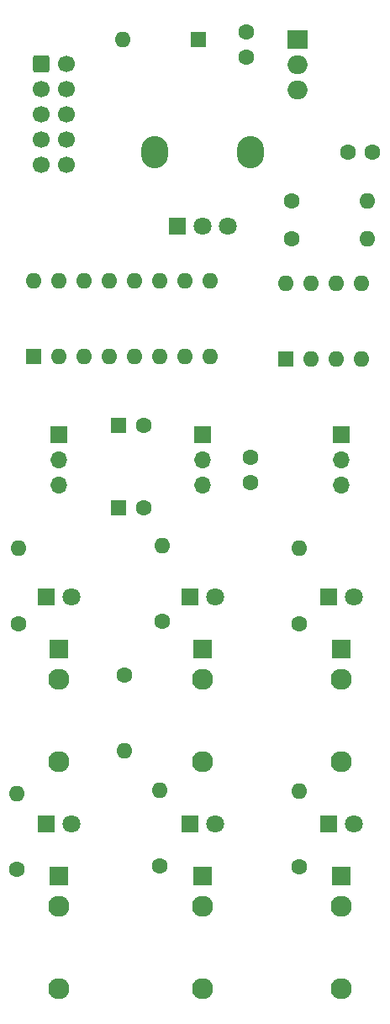
<source format=gbr>
%TF.GenerationSoftware,KiCad,Pcbnew,(6.0.0)*%
%TF.CreationDate,2022-10-17T09:47:37-04:00*%
%TF.ProjectId,bindec,62696e64-6563-42e6-9b69-6361645f7063,rev?*%
%TF.SameCoordinates,Original*%
%TF.FileFunction,Soldermask,Top*%
%TF.FilePolarity,Negative*%
%FSLAX46Y46*%
G04 Gerber Fmt 4.6, Leading zero omitted, Abs format (unit mm)*
G04 Created by KiCad (PCBNEW (6.0.0)) date 2022-10-17 09:47:37*
%MOMM*%
%LPD*%
G01*
G04 APERTURE LIST*
G04 Aperture macros list*
%AMRoundRect*
0 Rectangle with rounded corners*
0 $1 Rounding radius*
0 $2 $3 $4 $5 $6 $7 $8 $9 X,Y pos of 4 corners*
0 Add a 4 corners polygon primitive as box body*
4,1,4,$2,$3,$4,$5,$6,$7,$8,$9,$2,$3,0*
0 Add four circle primitives for the rounded corners*
1,1,$1+$1,$2,$3*
1,1,$1+$1,$4,$5*
1,1,$1+$1,$6,$7*
1,1,$1+$1,$8,$9*
0 Add four rect primitives between the rounded corners*
20,1,$1+$1,$2,$3,$4,$5,0*
20,1,$1+$1,$4,$5,$6,$7,0*
20,1,$1+$1,$6,$7,$8,$9,0*
20,1,$1+$1,$8,$9,$2,$3,0*%
G04 Aperture macros list end*
%ADD10C,1.600000*%
%ADD11O,1.600000X1.600000*%
%ADD12R,1.700000X1.700000*%
%ADD13O,1.700000X1.700000*%
%ADD14R,1.800000X1.800000*%
%ADD15C,1.800000*%
%ADD16R,1.930000X1.830000*%
%ADD17C,2.130000*%
%ADD18O,2.720000X3.240000*%
%ADD19R,1.600000X1.600000*%
%ADD20R,2.000000X1.905000*%
%ADD21O,2.000000X1.905000*%
%ADD22RoundRect,0.250000X-0.600000X-0.600000X0.600000X-0.600000X0.600000X0.600000X-0.600000X0.600000X0*%
%ADD23C,1.700000*%
G04 APERTURE END LIST*
D10*
%TO.C,R2*%
X162286000Y-91059000D03*
D11*
X162286000Y-83439000D03*
%TD*%
D12*
%TO.C,SW3*%
X152532000Y-72024000D03*
D13*
X152532000Y-74564000D03*
X152532000Y-77104000D03*
%TD*%
D14*
%TO.C,D5*%
X136759000Y-111205000D03*
D15*
X139299000Y-111205000D03*
%TD*%
D10*
%TO.C,C2*%
X157333000Y-76815000D03*
X157333000Y-74315000D03*
%TD*%
D14*
%TO.C,D3*%
X165202000Y-88345000D03*
D15*
X167742000Y-88345000D03*
%TD*%
D10*
%TO.C,R9*%
X162286000Y-115570000D03*
D11*
X162286000Y-107950000D03*
%TD*%
D10*
%TO.C,C1*%
X156952000Y-31496000D03*
X156952000Y-33996000D03*
%TD*%
D16*
%TO.C,J3*%
X166477000Y-93599000D03*
D17*
X166477000Y-104999000D03*
X166477000Y-96699000D03*
%TD*%
D12*
%TO.C,SW2*%
X138054000Y-72024000D03*
D13*
X138054000Y-74564000D03*
X138054000Y-77104000D03*
%TD*%
D18*
%TO.C,RV1*%
X157307000Y-43564000D03*
X147707000Y-43564000D03*
D14*
X150007000Y-51064000D03*
D15*
X152507000Y-51064000D03*
X155007000Y-51064000D03*
%TD*%
D10*
%TO.C,R7*%
X161524000Y-48514000D03*
D11*
X169144000Y-48514000D03*
%TD*%
D10*
%TO.C,R5*%
X133838000Y-115824000D03*
D11*
X133838000Y-108204000D03*
%TD*%
D10*
%TO.C,R6*%
X161524000Y-52324000D03*
D11*
X169144000Y-52324000D03*
%TD*%
D14*
%TO.C,D2*%
X151232000Y-88345000D03*
D15*
X153772000Y-88345000D03*
%TD*%
D16*
%TO.C,J4*%
X138029000Y-93599000D03*
D17*
X138029000Y-104999000D03*
X138029000Y-96699000D03*
%TD*%
D16*
%TO.C,J7*%
X166477000Y-116459000D03*
D17*
X166477000Y-127859000D03*
X166477000Y-119559000D03*
%TD*%
D19*
%TO.C,U2*%
X135504000Y-64125000D03*
D11*
X138044000Y-64125000D03*
X140584000Y-64125000D03*
X143124000Y-64125000D03*
X145664000Y-64125000D03*
X148204000Y-64125000D03*
X150744000Y-64125000D03*
X153284000Y-64125000D03*
X153284000Y-56505000D03*
X150744000Y-56505000D03*
X148204000Y-56505000D03*
X145664000Y-56505000D03*
X143124000Y-56505000D03*
X140584000Y-56505000D03*
X138044000Y-56505000D03*
X135504000Y-56505000D03*
%TD*%
D19*
%TO.C,U3*%
X160899000Y-64379000D03*
D11*
X163439000Y-64379000D03*
X165979000Y-64379000D03*
X168519000Y-64379000D03*
X168519000Y-56759000D03*
X165979000Y-56759000D03*
X163439000Y-56759000D03*
X160899000Y-56759000D03*
%TD*%
D19*
%TO.C,D1*%
X152126000Y-32258000D03*
D11*
X144506000Y-32258000D03*
%TD*%
D10*
%TO.C,R8*%
X148189000Y-115443000D03*
D11*
X148189000Y-107823000D03*
%TD*%
D16*
%TO.C,J6*%
X152507000Y-116459000D03*
D17*
X152507000Y-127859000D03*
X152507000Y-119559000D03*
%TD*%
D10*
%TO.C,R3*%
X144633000Y-96266000D03*
D11*
X144633000Y-103886000D03*
%TD*%
D20*
%TO.C,U1*%
X162103000Y-32258000D03*
D21*
X162103000Y-34798000D03*
X162103000Y-37338000D03*
%TD*%
D19*
%TO.C,C3*%
X144062900Y-71120000D03*
D10*
X146562900Y-71120000D03*
%TD*%
D14*
%TO.C,D4*%
X136754000Y-88345000D03*
D15*
X139294000Y-88345000D03*
%TD*%
D16*
%TO.C,J5*%
X138034000Y-116459000D03*
D17*
X138034000Y-127859000D03*
X138034000Y-119559000D03*
%TD*%
D10*
%TO.C,R4*%
X133965000Y-91059000D03*
D11*
X133965000Y-83439000D03*
%TD*%
D12*
%TO.C,SW1*%
X166502000Y-72009000D03*
D13*
X166502000Y-74549000D03*
X166502000Y-77089000D03*
%TD*%
D14*
%TO.C,D6*%
X151232000Y-111205000D03*
D15*
X153772000Y-111205000D03*
%TD*%
D16*
%TO.C,J2*%
X152507000Y-93599000D03*
D17*
X152507000Y-104999000D03*
X152507000Y-96699000D03*
%TD*%
D10*
%TO.C,C5*%
X167132000Y-43561000D03*
X169632000Y-43561000D03*
%TD*%
D19*
%TO.C,C4*%
X144062900Y-79375000D03*
D10*
X146562900Y-79375000D03*
%TD*%
D14*
%TO.C,D7*%
X165202000Y-111205000D03*
D15*
X167742000Y-111205000D03*
%TD*%
D10*
%TO.C,R1*%
X148443000Y-90805000D03*
D11*
X148443000Y-83185000D03*
%TD*%
D22*
%TO.C,J1*%
X136260500Y-34671000D03*
D23*
X138800500Y-34671000D03*
X136260500Y-37211000D03*
X138800500Y-37211000D03*
X136260500Y-39751000D03*
X138800500Y-39751000D03*
X136260500Y-42291000D03*
X138800500Y-42291000D03*
X136260500Y-44831000D03*
X138800500Y-44831000D03*
%TD*%
M02*

</source>
